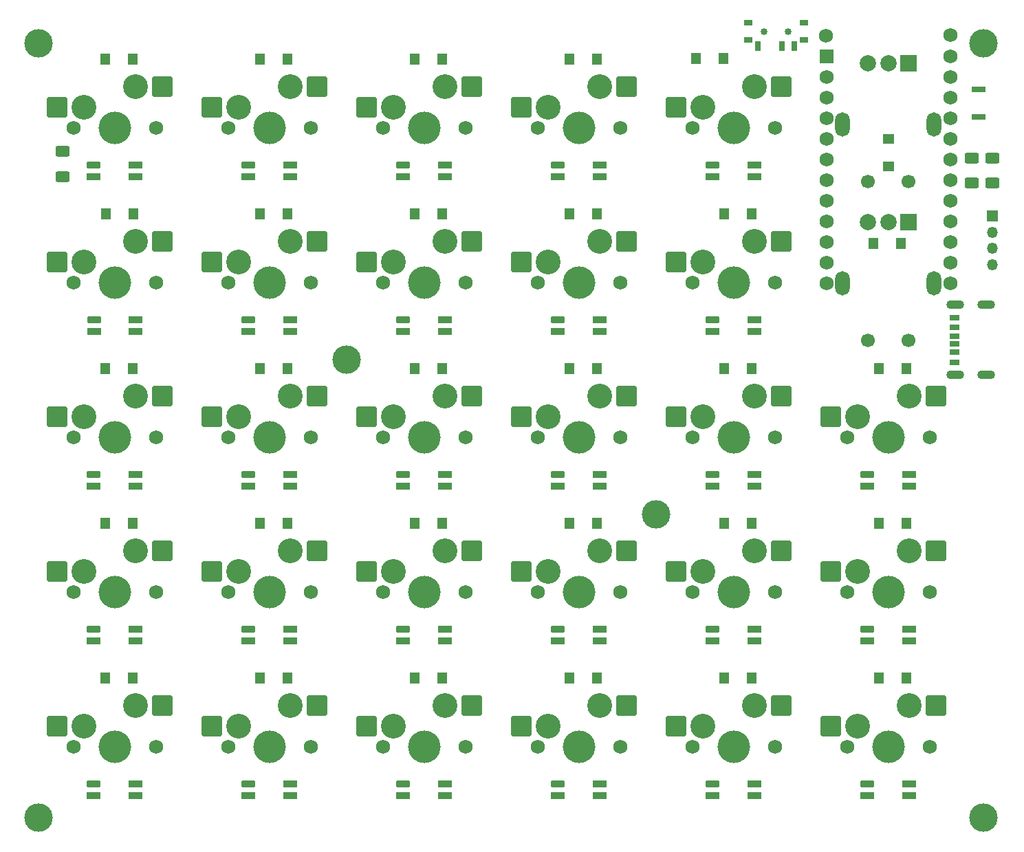
<source format=gbs>
%TF.GenerationSoftware,KiCad,Pcbnew,(6.0.4-0)*%
%TF.CreationDate,2022-10-03T20:51:09+03:00*%
%TF.ProjectId,Splitimsi,53706c69-7469-46d7-9369-2e6b69636164,rev?*%
%TF.SameCoordinates,Original*%
%TF.FileFunction,Soldermask,Bot*%
%TF.FilePolarity,Negative*%
%FSLAX46Y46*%
G04 Gerber Fmt 4.6, Leading zero omitted, Abs format (unit mm)*
G04 Created by KiCad (PCBNEW (6.0.4-0)) date 2022-10-03 20:51:09*
%MOMM*%
%LPD*%
G01*
G04 APERTURE LIST*
G04 Aperture macros list*
%AMRoundRect*
0 Rectangle with rounded corners*
0 $1 Rounding radius*
0 $2 $3 $4 $5 $6 $7 $8 $9 X,Y pos of 4 corners*
0 Add a 4 corners polygon primitive as box body*
4,1,4,$2,$3,$4,$5,$6,$7,$8,$9,$2,$3,0*
0 Add four circle primitives for the rounded corners*
1,1,$1+$1,$2,$3*
1,1,$1+$1,$4,$5*
1,1,$1+$1,$6,$7*
1,1,$1+$1,$8,$9*
0 Add four rect primitives between the rounded corners*
20,1,$1+$1,$2,$3,$4,$5,0*
20,1,$1+$1,$4,$5,$6,$7,0*
20,1,$1+$1,$6,$7,$8,$9,0*
20,1,$1+$1,$8,$9,$2,$3,0*%
G04 Aperture macros list end*
%ADD10R,1.700000X0.800000*%
%ADD11C,3.050000*%
%ADD12C,4.000000*%
%ADD13C,1.750000*%
%ADD14RoundRect,0.250000X-1.025000X-1.000000X1.025000X-1.000000X1.025000X1.000000X-1.025000X1.000000X0*%
%ADD15R,1.700000X0.820000*%
%ADD16RoundRect,0.205000X-0.645000X-0.205000X0.645000X-0.205000X0.645000X0.205000X-0.645000X0.205000X0*%
%ADD17R,1.200000X1.400000*%
%ADD18C,1.752600*%
%ADD19C,3.500000*%
%ADD20R,1.350000X1.350000*%
%ADD21O,1.350000X1.350000*%
%ADD22O,1.800000X3.000000*%
%ADD23R,2.000000X2.000000*%
%ADD24C,2.000000*%
%ADD25C,1.700000*%
%ADD26R,1.752600X1.752600*%
%ADD27RoundRect,0.250000X-0.625000X0.400000X-0.625000X-0.400000X0.625000X-0.400000X0.625000X0.400000X0*%
%ADD28C,0.850000*%
%ADD29R,1.000000X0.700000*%
%ADD30R,0.700000X1.200000*%
%ADD31R,1.200000X0.700000*%
%ADD32R,1.200000X0.760000*%
%ADD33R,1.200000X0.800000*%
%ADD34O,2.200000X1.100000*%
%ADD35RoundRect,0.250000X0.625000X-0.400000X0.625000X0.400000X-0.625000X0.400000X-0.625000X-0.400000X0*%
%ADD36R,1.400000X1.200000*%
G04 APERTURE END LIST*
D10*
%TO.C,rst1*%
X137475395Y-27237625D03*
X137475395Y-23837625D03*
%TD*%
D11*
%TO.C,SW21*%
X65405000Y-83185000D03*
D12*
X69215000Y-85725000D03*
D11*
X71755000Y-80645000D03*
D13*
X74295000Y-85725000D03*
X64135000Y-85725000D03*
D14*
X62130000Y-83185000D03*
X75057000Y-80645000D03*
D15*
X71763633Y-91789178D03*
X71763633Y-90289178D03*
D16*
X66663633Y-90289178D03*
D15*
X66663633Y-91789178D03*
D17*
X68075388Y-77320359D03*
X71475388Y-77320359D03*
%TD*%
D13*
%TO.C,SW16*%
X83185000Y-66675000D03*
X93345000Y-66675000D03*
D11*
X84455000Y-64135000D03*
X90805000Y-61595000D03*
D12*
X88265000Y-66675000D03*
D14*
X81180000Y-64135000D03*
X94107000Y-61595000D03*
D15*
X90813633Y-72739178D03*
X90813633Y-71239178D03*
D16*
X85713633Y-71239178D03*
D15*
X85713633Y-72739178D03*
D17*
X87125388Y-58270359D03*
X90525388Y-58270359D03*
%TD*%
D18*
%TO.C,Pin1*%
X118703715Y-17238202D03*
%TD*%
%TO.C,Pin2*%
X133979677Y-17196748D03*
%TD*%
D11*
%TO.C,SW13*%
X33655000Y-61595000D03*
D13*
X36195000Y-66675000D03*
D12*
X31115000Y-66675000D03*
D11*
X27305000Y-64135000D03*
D13*
X26035000Y-66675000D03*
D14*
X24030000Y-64135000D03*
X36957000Y-61595000D03*
D15*
X33663633Y-72739178D03*
X33663633Y-71239178D03*
D16*
X28563633Y-71239178D03*
D15*
X28563633Y-72739178D03*
D17*
X29975388Y-58270359D03*
X33375388Y-58270359D03*
%TD*%
D13*
%TO.C,SW9*%
X74295000Y-47625000D03*
D11*
X65405000Y-45085000D03*
X71755000Y-42545000D03*
D12*
X69215000Y-47625000D03*
D13*
X64135000Y-47625000D03*
D14*
X62130000Y-45085000D03*
X75057000Y-42545000D03*
D15*
X71763633Y-53689178D03*
X71763633Y-52189178D03*
D16*
X66663633Y-52189178D03*
D15*
X66663633Y-53689178D03*
D17*
X68075388Y-39220359D03*
X71475388Y-39220359D03*
%TD*%
D11*
%TO.C,SW26*%
X46355000Y-102235000D03*
D12*
X50165000Y-104775000D03*
D13*
X55245000Y-104775000D03*
X45085000Y-104775000D03*
D11*
X52705000Y-99695000D03*
D14*
X43080000Y-102235000D03*
X56007000Y-99695000D03*
D15*
X52713633Y-110839178D03*
X52713633Y-109339178D03*
D16*
X47613633Y-109339178D03*
D15*
X47613633Y-110839178D03*
D17*
X49025388Y-96370359D03*
X52425388Y-96370359D03*
%TD*%
D11*
%TO.C,SW1*%
X27305000Y-26035000D03*
D12*
X31115000Y-28575000D03*
D13*
X36195000Y-28575000D03*
X26035000Y-28575000D03*
D11*
X33655000Y-23495000D03*
D14*
X24030000Y-26035000D03*
X36957000Y-23495000D03*
D15*
X33663633Y-34639178D03*
X33663633Y-33139178D03*
D16*
X28563633Y-33139178D03*
D15*
X28563633Y-34639178D03*
D17*
X29975388Y-20170359D03*
X33375388Y-20170359D03*
%TD*%
D11*
%TO.C,SW5*%
X109855000Y-23495000D03*
X103505000Y-26035000D03*
D12*
X107315000Y-28575000D03*
D13*
X102235000Y-28575000D03*
X112395000Y-28575000D03*
D14*
X100230000Y-26035000D03*
X113157000Y-23495000D03*
D15*
X109863633Y-34639178D03*
X109863633Y-33139178D03*
D16*
X104763633Y-33139178D03*
D15*
X104763633Y-34639178D03*
D17*
X102649391Y-20035080D03*
X106049391Y-20035080D03*
%TD*%
D19*
%TO.C,H5*%
X138100000Y-113510000D03*
%TD*%
D12*
%TO.C,SW7*%
X31146832Y-47625000D03*
D11*
X33686832Y-42545000D03*
D13*
X26066832Y-47625000D03*
X36226832Y-47625000D03*
D11*
X27336832Y-45085000D03*
D14*
X24061832Y-45085000D03*
X36988832Y-42545000D03*
D15*
X33695465Y-53689178D03*
X33695465Y-52189178D03*
D16*
X28595465Y-52189178D03*
D15*
X28595465Y-53689178D03*
D17*
X30007220Y-39220359D03*
X33407220Y-39220359D03*
%TD*%
D13*
%TO.C,SW17*%
X112395000Y-66675000D03*
D11*
X109855000Y-61595000D03*
D13*
X102235000Y-66675000D03*
D12*
X107315000Y-66675000D03*
D11*
X103505000Y-64135000D03*
D14*
X100230000Y-64135000D03*
X113157000Y-61595000D03*
D15*
X109863633Y-72739178D03*
X109863633Y-71239178D03*
D16*
X104763633Y-71239178D03*
D15*
X104763633Y-72739178D03*
D17*
X106175388Y-58270359D03*
X109575388Y-58270359D03*
%TD*%
D11*
%TO.C,SW22*%
X84455000Y-83185000D03*
D13*
X93345000Y-85725000D03*
D11*
X90805000Y-80645000D03*
D12*
X88265000Y-85725000D03*
D13*
X83185000Y-85725000D03*
D14*
X81180000Y-83185000D03*
X94107000Y-80645000D03*
D15*
X90813633Y-91789178D03*
X90813633Y-90289178D03*
D16*
X85713633Y-90289178D03*
D15*
X85713633Y-91789178D03*
D17*
X87125388Y-77320359D03*
X90525388Y-77320359D03*
%TD*%
D12*
%TO.C,SW19*%
X31115000Y-85725000D03*
D11*
X33655000Y-80645000D03*
X27305000Y-83185000D03*
D13*
X26035000Y-85725000D03*
X36195000Y-85725000D03*
D14*
X24030000Y-83185000D03*
X36957000Y-80645000D03*
D15*
X33663633Y-91789178D03*
X33663633Y-90289178D03*
D16*
X28563633Y-90289178D03*
D15*
X28563633Y-91789178D03*
D17*
X29975388Y-77320359D03*
X33375388Y-77320359D03*
%TD*%
D20*
%TO.C,Dogo1*%
X139150000Y-39460000D03*
D21*
X139150000Y-41460000D03*
X139150000Y-43460000D03*
X139150000Y-45460000D03*
%TD*%
D13*
%TO.C,SW15*%
X74295000Y-66675000D03*
D11*
X71755000Y-61595000D03*
D13*
X64135000Y-66675000D03*
D12*
X69215000Y-66675000D03*
D11*
X65405000Y-64135000D03*
D14*
X62130000Y-64135000D03*
X75057000Y-61595000D03*
D15*
X71763633Y-72739178D03*
X71763633Y-71239178D03*
D16*
X66663633Y-71239178D03*
D15*
X66663633Y-72739178D03*
D17*
X68075388Y-58270359D03*
X71475388Y-58270359D03*
%TD*%
D22*
%TO.C,SW6*%
X131960574Y-28170687D03*
X120765000Y-28175857D03*
D23*
X128865000Y-20675857D03*
D24*
X123865000Y-20675857D03*
X126365000Y-20675857D03*
D25*
X123865000Y-35175857D03*
X128865000Y-35175857D03*
%TD*%
D11*
%TO.C,SW2*%
X52705000Y-23495000D03*
D13*
X45085000Y-28575000D03*
D11*
X46355000Y-26035000D03*
D13*
X55245000Y-28575000D03*
D12*
X50165000Y-28575000D03*
D14*
X43080000Y-26035000D03*
X56007000Y-23495000D03*
D15*
X52713633Y-34639178D03*
X52713633Y-33139178D03*
D16*
X47613633Y-33139178D03*
D15*
X47613633Y-34639178D03*
D17*
X49025388Y-20170359D03*
X52425388Y-20170359D03*
%TD*%
D13*
%TO.C,SW4*%
X83185000Y-28575000D03*
D11*
X90805000Y-23495000D03*
X84455000Y-26035000D03*
D12*
X88265000Y-28575000D03*
D13*
X93345000Y-28575000D03*
D14*
X81180000Y-26035000D03*
X94107000Y-23495000D03*
D15*
X90813633Y-34639178D03*
X90813633Y-33139178D03*
D16*
X85713633Y-33139178D03*
D15*
X85713633Y-34639178D03*
D17*
X87125388Y-20170359D03*
X90525388Y-20170359D03*
%TD*%
D19*
%TO.C,H3*%
X138100000Y-18170000D03*
%TD*%
D13*
%TO.C,SW30*%
X131445000Y-104775000D03*
D11*
X122555000Y-102235000D03*
D12*
X126365000Y-104775000D03*
D13*
X121285000Y-104775000D03*
D11*
X128905000Y-99695000D03*
D14*
X119280000Y-102235000D03*
X132207000Y-99695000D03*
D15*
X128913633Y-110839178D03*
X128913633Y-109339178D03*
D16*
X123813633Y-109339178D03*
D15*
X123813633Y-110839178D03*
D17*
X125225388Y-96370359D03*
X128625388Y-96370359D03*
%TD*%
D19*
%TO.C,H6*%
X97800000Y-76160000D03*
%TD*%
%TO.C,H1*%
X21760000Y-18170000D03*
%TD*%
D22*
%TO.C,SW12*%
X131960574Y-47720687D03*
X120765000Y-47725857D03*
D23*
X128865000Y-40225857D03*
D24*
X123865000Y-40225857D03*
X126365000Y-40225857D03*
D25*
X123865000Y-54725857D03*
X128865000Y-54725857D03*
%TD*%
D11*
%TO.C,SW14*%
X52705000Y-61595000D03*
D12*
X50165000Y-66675000D03*
D11*
X46355000Y-64135000D03*
D13*
X55245000Y-66675000D03*
X45085000Y-66675000D03*
D14*
X43080000Y-64135000D03*
X56007000Y-61595000D03*
D15*
X52713633Y-72739178D03*
X52713633Y-71239178D03*
D16*
X47613633Y-71239178D03*
D15*
X47613633Y-72739178D03*
D17*
X49025388Y-58270359D03*
X52425388Y-58270359D03*
%TD*%
D19*
%TO.C,H4*%
X59700000Y-57160000D03*
%TD*%
D11*
%TO.C,SW8*%
X52705000Y-42545000D03*
D13*
X55245000Y-47625000D03*
D12*
X50165000Y-47625000D03*
D11*
X46355000Y-45085000D03*
D13*
X45085000Y-47625000D03*
D14*
X43080000Y-45085000D03*
X56007000Y-42545000D03*
D15*
X52713633Y-53689178D03*
X52713633Y-52189178D03*
D16*
X47613633Y-52189178D03*
D15*
X47613633Y-53689178D03*
D17*
X49025388Y-39220359D03*
X52425388Y-39220359D03*
%TD*%
D13*
%TO.C,SW24*%
X131445000Y-85725000D03*
D12*
X126365000Y-85725000D03*
D11*
X122555000Y-83185000D03*
X128905000Y-80645000D03*
D13*
X121285000Y-85725000D03*
D14*
X119280000Y-83185000D03*
X132207000Y-80645000D03*
D15*
X128913633Y-91789178D03*
X128913633Y-90289178D03*
D16*
X123813633Y-90289178D03*
D15*
X123813633Y-91789178D03*
D17*
X125225388Y-77320359D03*
X128625388Y-77320359D03*
%TD*%
D11*
%TO.C,SW3*%
X65405000Y-26035000D03*
D13*
X64135000Y-28575000D03*
X74295000Y-28575000D03*
D12*
X69215000Y-28575000D03*
D11*
X71755000Y-23495000D03*
D14*
X62130000Y-26035000D03*
X75057000Y-23495000D03*
D15*
X71763633Y-34639178D03*
X71763633Y-33139178D03*
D16*
X66663633Y-33139178D03*
D15*
X66663633Y-34639178D03*
D17*
X68075388Y-20170359D03*
X71475388Y-20170359D03*
%TD*%
D26*
%TO.C,U1*%
X118744835Y-19757731D03*
D18*
X118744835Y-22297731D03*
X118744835Y-24837731D03*
X118744835Y-27377731D03*
X118744835Y-29917731D03*
X118744835Y-32457731D03*
X118744835Y-34997731D03*
X118744835Y-37537731D03*
X118744835Y-40077731D03*
X118744835Y-42617731D03*
X118744835Y-45157731D03*
X118744835Y-47697731D03*
X133984835Y-47697731D03*
X133984835Y-45157731D03*
X133984835Y-42617731D03*
X133984835Y-40077731D03*
X133984835Y-37537731D03*
X133984835Y-34997731D03*
X133984835Y-32457731D03*
X133984835Y-29917731D03*
X133984835Y-27377731D03*
X133984835Y-24837731D03*
X133984835Y-22297731D03*
X133984835Y-19757731D03*
%TD*%
D12*
%TO.C,SW27*%
X69215000Y-104775000D03*
D11*
X71755000Y-99695000D03*
D13*
X64135000Y-104775000D03*
X74295000Y-104775000D03*
D11*
X65405000Y-102235000D03*
D14*
X62130000Y-102235000D03*
X75057000Y-99695000D03*
D15*
X71763633Y-110839178D03*
X71763633Y-109339178D03*
D16*
X66663633Y-109339178D03*
D15*
X66663633Y-110839178D03*
D17*
X68075388Y-96370359D03*
X71475388Y-96370359D03*
%TD*%
D12*
%TO.C,SW18*%
X126365000Y-66675000D03*
D11*
X122555000Y-64135000D03*
X128905000Y-61595000D03*
D13*
X121285000Y-66675000D03*
X131445000Y-66675000D03*
D14*
X119280000Y-64135000D03*
X132207000Y-61595000D03*
D15*
X128913633Y-72739178D03*
X128913633Y-71239178D03*
D16*
X123813633Y-71239178D03*
D15*
X123813633Y-72739178D03*
D17*
X125225388Y-58270359D03*
X128625388Y-58270359D03*
%TD*%
D11*
%TO.C,SW28*%
X84455000Y-102235000D03*
X90805000Y-99695000D03*
D13*
X83185000Y-104775000D03*
X93345000Y-104775000D03*
D12*
X88265000Y-104775000D03*
D14*
X81180000Y-102235000D03*
X94107000Y-99695000D03*
D15*
X90813633Y-110839178D03*
X90813633Y-109339178D03*
D16*
X85713633Y-109339178D03*
D15*
X85713633Y-110839178D03*
D17*
X87125388Y-96370359D03*
X90525388Y-96370359D03*
%TD*%
D13*
%TO.C,SW11*%
X102235000Y-47625000D03*
D12*
X107315000Y-47625000D03*
D11*
X103505000Y-45085000D03*
X109855000Y-42545000D03*
D13*
X112395000Y-47625000D03*
D14*
X100230000Y-45085000D03*
X113157000Y-42545000D03*
D15*
X109863633Y-53689178D03*
X109863633Y-52189178D03*
D16*
X104763633Y-52189178D03*
D15*
X104763633Y-53689178D03*
D17*
X106175388Y-39220359D03*
X109575388Y-39220359D03*
%TD*%
D11*
%TO.C,SW23*%
X109855000Y-80645000D03*
D13*
X112395000Y-85725000D03*
D12*
X107315000Y-85725000D03*
D11*
X103505000Y-83185000D03*
D13*
X102235000Y-85725000D03*
D14*
X100230000Y-83185000D03*
X113157000Y-80645000D03*
D15*
X109863633Y-91789178D03*
X109863633Y-90289178D03*
D16*
X104763633Y-90289178D03*
D15*
X104763633Y-91789178D03*
D17*
X106175388Y-77320359D03*
X109575388Y-77320359D03*
%TD*%
D12*
%TO.C,SW10*%
X88265000Y-47625000D03*
D11*
X90805000Y-42545000D03*
X84455000Y-45085000D03*
D13*
X93345000Y-47625000D03*
X83185000Y-47625000D03*
D14*
X81180000Y-45085000D03*
X94107000Y-42545000D03*
D15*
X90813633Y-53689178D03*
X90813633Y-52189178D03*
D16*
X85713633Y-52189178D03*
D15*
X85713633Y-53689178D03*
D17*
X87125388Y-39220359D03*
X90525388Y-39220359D03*
%TD*%
D11*
%TO.C,SW29*%
X109855000Y-99695000D03*
D13*
X102235000Y-104775000D03*
D12*
X107315000Y-104775000D03*
D11*
X103505000Y-102235000D03*
D13*
X112395000Y-104775000D03*
D14*
X100230000Y-102235000D03*
X113157000Y-99695000D03*
D15*
X109863633Y-110839178D03*
X109863633Y-109339178D03*
D16*
X104763633Y-109339178D03*
D15*
X104763633Y-110839178D03*
D17*
X106175388Y-96370359D03*
X109575388Y-96370359D03*
%TD*%
D19*
%TO.C,H2*%
X21760000Y-113510000D03*
%TD*%
D11*
%TO.C,SW20*%
X52705000Y-80645000D03*
X46355000Y-83185000D03*
D13*
X45085000Y-85725000D03*
X55245000Y-85725000D03*
D12*
X50165000Y-85725000D03*
D14*
X43080000Y-83185000D03*
X56007000Y-80645000D03*
D15*
X52713633Y-91789178D03*
X52713633Y-90289178D03*
D16*
X47613633Y-90289178D03*
D15*
X47613633Y-91789178D03*
D17*
X49025388Y-77320359D03*
X52425388Y-77320359D03*
%TD*%
D12*
%TO.C,SW25*%
X31115000Y-104775000D03*
D13*
X26035000Y-104775000D03*
D11*
X33655000Y-99695000D03*
D13*
X36195000Y-104775000D03*
D11*
X27305000Y-102235000D03*
D14*
X24030000Y-102235000D03*
X36957000Y-99695000D03*
D15*
X33663633Y-110839178D03*
X33663633Y-109339178D03*
D16*
X28563633Y-109339178D03*
D15*
X28563633Y-110839178D03*
D17*
X29975388Y-96370359D03*
X33375388Y-96370359D03*
%TD*%
D27*
%TO.C,R1*%
X24690000Y-31480000D03*
X24690000Y-34580000D03*
%TD*%
D28*
%TO.C,BatSW1*%
X111060000Y-16710000D03*
X114060000Y-16710000D03*
D29*
X109110000Y-15660000D03*
X109110000Y-17760000D03*
X116010000Y-15660000D03*
X116010000Y-17760000D03*
D30*
X110310000Y-18560000D03*
X113310000Y-18560000D03*
X114810000Y-18560000D03*
%TD*%
D31*
%TO.C,J1*%
X134510000Y-54220000D03*
D32*
X134510000Y-56240000D03*
D33*
X134510000Y-57470000D03*
D31*
X134510000Y-55220000D03*
D32*
X134510000Y-53200000D03*
D33*
X134510000Y-51970000D03*
D34*
X138390000Y-50400000D03*
X138390000Y-59040000D03*
X134590000Y-50400000D03*
X134590000Y-59040000D03*
%TD*%
D35*
%TO.C,R2*%
X136650000Y-35410000D03*
X136650000Y-32310000D03*
%TD*%
D36*
%TO.C,D1*%
X126363663Y-33369915D03*
X126363663Y-29969915D03*
%TD*%
D17*
%TO.C,D2*%
X127906250Y-42862500D03*
X124506250Y-42862500D03*
%TD*%
D35*
%TO.C,R3*%
X139200000Y-35410000D03*
X139200000Y-32310000D03*
%TD*%
M02*

</source>
